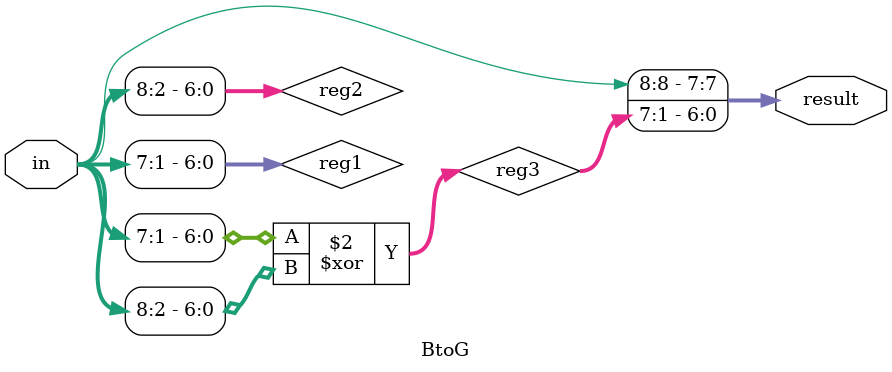
<source format=v>
`timescale 1ns / 1ps

module BtoG(in,result );
 parameter n=8;
 input [n:1] in;
 output reg [n : 1] result;
  reg [n-1 : 1] reg1,reg2,reg3;   // temporary register
 always @(*)
  begin 
    reg1 = in[n-1:1];  //  starting  to n-1 bit 
    reg2 = in[n:2];    //  omitted one bit from starting
    reg3 = (reg1 ^ reg2);   
   result = {in[n],reg3};
  end 
endmodule

</source>
